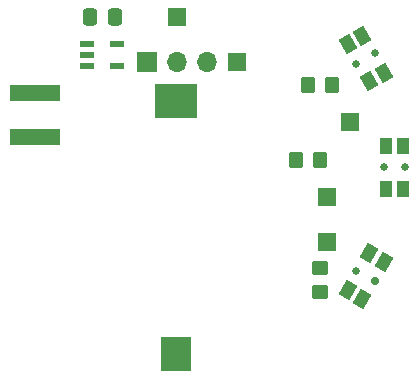
<source format=gbs>
G04 #@! TF.GenerationSoftware,KiCad,Pcbnew,(6.0.11)*
G04 #@! TF.CreationDate,2023-03-16T10:59:56+01:00*
G04 #@! TF.ProjectId,Horloge,486f726c-6f67-4652-9e6b-696361645f70,rev?*
G04 #@! TF.SameCoordinates,Original*
G04 #@! TF.FileFunction,Soldermask,Bot*
G04 #@! TF.FilePolarity,Negative*
%FSLAX46Y46*%
G04 Gerber Fmt 4.6, Leading zero omitted, Abs format (unit mm)*
G04 Created by KiCad (PCBNEW (6.0.11)) date 2023-03-16 10:59:56*
%MOMM*%
%LPD*%
G01*
G04 APERTURE LIST*
G04 Aperture macros list*
%AMRoundRect*
0 Rectangle with rounded corners*
0 $1 Rounding radius*
0 $2 $3 $4 $5 $6 $7 $8 $9 X,Y pos of 4 corners*
0 Add a 4 corners polygon primitive as box body*
4,1,4,$2,$3,$4,$5,$6,$7,$8,$9,$2,$3,0*
0 Add four circle primitives for the rounded corners*
1,1,$1+$1,$2,$3*
1,1,$1+$1,$4,$5*
1,1,$1+$1,$6,$7*
1,1,$1+$1,$8,$9*
0 Add four rect primitives between the rounded corners*
20,1,$1+$1,$2,$3,$4,$5,0*
20,1,$1+$1,$4,$5,$6,$7,0*
20,1,$1+$1,$6,$7,$8,$9,0*
20,1,$1+$1,$8,$9,$2,$3,0*%
%AMRotRect*
0 Rectangle, with rotation*
0 The origin of the aperture is its center*
0 $1 length*
0 $2 width*
0 $3 Rotation angle, in degrees counterclockwise*
0 Add horizontal line*
21,1,$1,$2,0,0,$3*%
G04 Aperture macros list end*
%ADD10R,1.700000X1.700000*%
%ADD11O,1.700000X1.700000*%
%ADD12C,0.665000*%
%ADD13C,0.680000*%
%ADD14R,1.050000X1.400000*%
%ADD15R,4.200000X1.400000*%
%ADD16R,3.600000X3.000000*%
%ADD17R,2.600000X3.000000*%
%ADD18C,0.700000*%
%ADD19C,0.670000*%
%ADD20RotRect,1.400000X1.050000X240.000000*%
%ADD21R,1.500000X1.500000*%
%ADD22RoundRect,0.088500X-0.516500X-0.206500X0.516500X-0.206500X0.516500X0.206500X-0.516500X0.206500X0*%
%ADD23RoundRect,0.250000X0.450000X-0.350000X0.450000X0.350000X-0.450000X0.350000X-0.450000X-0.350000X0*%
%ADD24RoundRect,0.250000X-0.350000X-0.450000X0.350000X-0.450000X0.350000X0.450000X-0.350000X0.450000X0*%
%ADD25RotRect,1.400000X1.050000X300.000000*%
%ADD26RoundRect,0.250000X0.337500X0.475000X-0.337500X0.475000X-0.337500X-0.475000X0.337500X-0.475000X0*%
G04 APERTURE END LIST*
D10*
X81280000Y-82550000D03*
D11*
X83820000Y-82550000D03*
X86360000Y-82550000D03*
D12*
X101335000Y-91440000D03*
D13*
X103135000Y-91440000D03*
D14*
X101510000Y-89640000D03*
X101510000Y-93240000D03*
X102960000Y-89640000D03*
X102960000Y-93240000D03*
D15*
X71755000Y-88845000D03*
X71755000Y-85145000D03*
D16*
X83720000Y-85862681D03*
D17*
X83720000Y-107262681D03*
D18*
X100550019Y-101092755D03*
D19*
X98991173Y-100192755D03*
D20*
X100042728Y-98721409D03*
X98242728Y-101839101D03*
X101298464Y-99446409D03*
X99498464Y-102564101D03*
D21*
X88900000Y-82550000D03*
X96520000Y-97790000D03*
D22*
X76215000Y-82865000D03*
X76215000Y-81915000D03*
X76215000Y-80965000D03*
X78725000Y-80965000D03*
X78725000Y-82865000D03*
D23*
X95885000Y-101965000D03*
X95885000Y-99965000D03*
D21*
X83820000Y-78740000D03*
X96520000Y-93980000D03*
D24*
X94885000Y-84455000D03*
X96885000Y-84455000D03*
D13*
X100546609Y-81781336D03*
D19*
X98987763Y-82681336D03*
D25*
X98239318Y-81034990D03*
X100039318Y-84152682D03*
X99495054Y-80309990D03*
X101295054Y-83427682D03*
D24*
X93885000Y-90805000D03*
X95885000Y-90805000D03*
D21*
X98425000Y-87630000D03*
D26*
X78507500Y-78740000D03*
X76432500Y-78740000D03*
M02*

</source>
